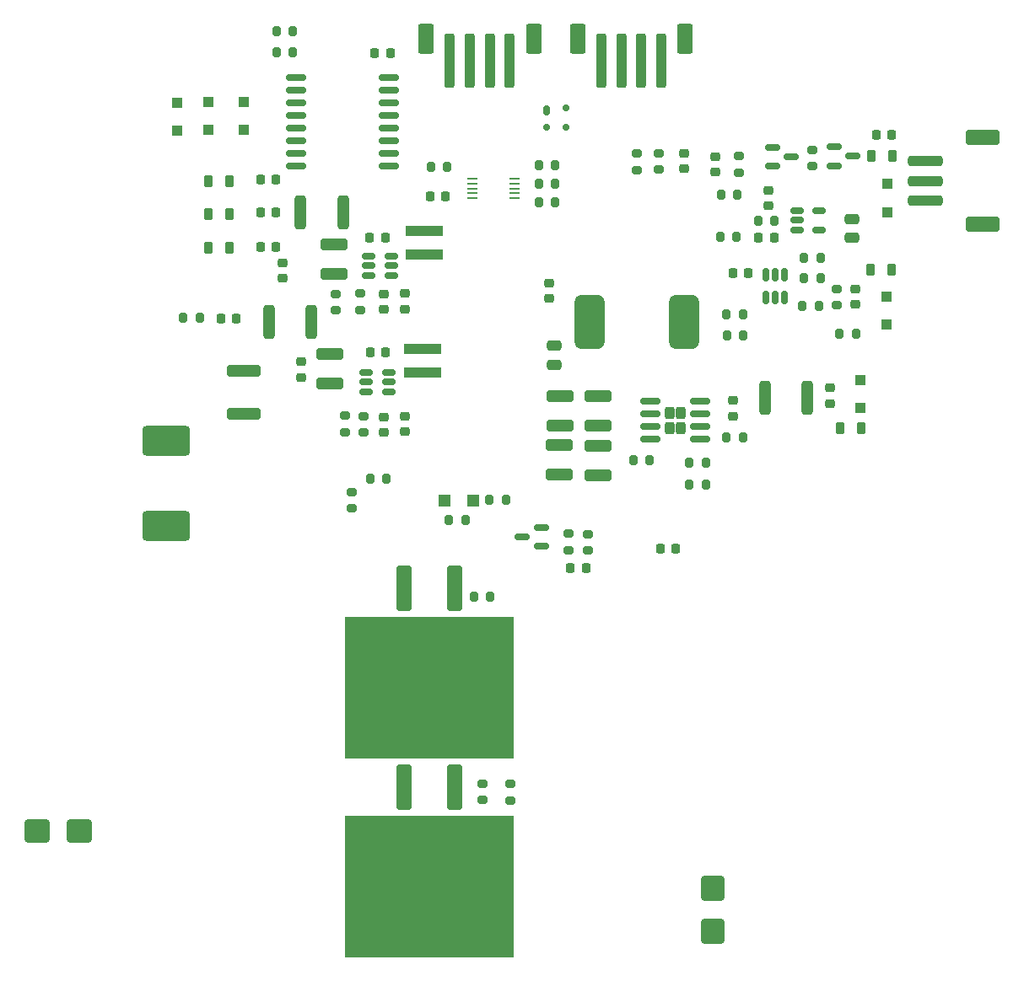
<source format=gbr>
%TF.GenerationSoftware,KiCad,Pcbnew,8.0.3*%
%TF.CreationDate,2024-07-08T19:31:20+01:00*%
%TF.ProjectId,PA_Power,50415f50-6f77-4657-922e-6b696361645f,rev?*%
%TF.SameCoordinates,Original*%
%TF.FileFunction,Paste,Top*%
%TF.FilePolarity,Positive*%
%FSLAX46Y46*%
G04 Gerber Fmt 4.6, Leading zero omitted, Abs format (unit mm)*
G04 Created by KiCad (PCBNEW 8.0.3) date 2024-07-08 19:31:20*
%MOMM*%
%LPD*%
G01*
G04 APERTURE LIST*
G04 Aperture macros list*
%AMRoundRect*
0 Rectangle with rounded corners*
0 $1 Rounding radius*
0 $2 $3 $4 $5 $6 $7 $8 $9 X,Y pos of 4 corners*
0 Add a 4 corners polygon primitive as box body*
4,1,4,$2,$3,$4,$5,$6,$7,$8,$9,$2,$3,0*
0 Add four circle primitives for the rounded corners*
1,1,$1+$1,$2,$3*
1,1,$1+$1,$4,$5*
1,1,$1+$1,$6,$7*
1,1,$1+$1,$8,$9*
0 Add four rect primitives between the rounded corners*
20,1,$1+$1,$2,$3,$4,$5,0*
20,1,$1+$1,$4,$5,$6,$7,0*
20,1,$1+$1,$6,$7,$8,$9,0*
20,1,$1+$1,$8,$9,$2,$3,0*%
G04 Aperture macros list end*
%ADD10RoundRect,0.200000X-0.200000X-0.275000X0.200000X-0.275000X0.200000X0.275000X-0.200000X0.275000X0*%
%ADD11RoundRect,0.200000X-0.275000X0.200000X-0.275000X-0.200000X0.275000X-0.200000X0.275000X0.200000X0*%
%ADD12RoundRect,0.218750X-0.218750X-0.381250X0.218750X-0.381250X0.218750X0.381250X-0.218750X0.381250X0*%
%ADD13RoundRect,0.250000X1.450000X-0.312500X1.450000X0.312500X-1.450000X0.312500X-1.450000X-0.312500X0*%
%ADD14RoundRect,0.150000X-0.587500X-0.150000X0.587500X-0.150000X0.587500X0.150000X-0.587500X0.150000X0*%
%ADD15RoundRect,0.225000X0.225000X0.250000X-0.225000X0.250000X-0.225000X-0.250000X0.225000X-0.250000X0*%
%ADD16RoundRect,0.200000X0.200000X0.275000X-0.200000X0.275000X-0.200000X-0.275000X0.200000X-0.275000X0*%
%ADD17RoundRect,0.225000X0.250000X-0.225000X0.250000X0.225000X-0.250000X0.225000X-0.250000X-0.225000X0*%
%ADD18RoundRect,0.150000X-0.512500X-0.150000X0.512500X-0.150000X0.512500X0.150000X-0.512500X0.150000X0*%
%ADD19RoundRect,0.375000X2.000000X-1.125000X2.000000X1.125000X-2.000000X1.125000X-2.000000X-1.125000X0*%
%ADD20R,3.700000X0.980000*%
%ADD21RoundRect,0.150000X-0.825000X-0.150000X0.825000X-0.150000X0.825000X0.150000X-0.825000X0.150000X0*%
%ADD22RoundRect,0.240000X-0.240000X-0.385000X0.240000X-0.385000X0.240000X0.385000X-0.240000X0.385000X0*%
%ADD23RoundRect,0.150000X-0.875000X-0.150000X0.875000X-0.150000X0.875000X0.150000X-0.875000X0.150000X0*%
%ADD24RoundRect,0.200000X0.275000X-0.200000X0.275000X0.200000X-0.275000X0.200000X-0.275000X-0.200000X0*%
%ADD25RoundRect,0.218750X-0.218750X-0.256250X0.218750X-0.256250X0.218750X0.256250X-0.218750X0.256250X0*%
%ADD26RoundRect,0.218750X0.218750X0.381250X-0.218750X0.381250X-0.218750X-0.381250X0.218750X-0.381250X0*%
%ADD27RoundRect,0.250000X-1.100000X0.325000X-1.100000X-0.325000X1.100000X-0.325000X1.100000X0.325000X0*%
%ADD28RoundRect,0.400000X-0.400000X1.900000X-0.400000X-1.900000X0.400000X-1.900000X0.400000X1.900000X0*%
%ADD29R,17.000000X14.200000*%
%ADD30RoundRect,0.225000X-0.225000X-0.250000X0.225000X-0.250000X0.225000X0.250000X-0.225000X0.250000X0*%
%ADD31R,1.100000X0.250000*%
%ADD32RoundRect,0.250000X0.475000X-0.250000X0.475000X0.250000X-0.475000X0.250000X-0.475000X-0.250000X0*%
%ADD33RoundRect,0.225000X-0.250000X0.225000X-0.250000X-0.225000X0.250000X-0.225000X0.250000X0.225000X0*%
%ADD34RoundRect,0.250000X-0.300000X0.300000X-0.300000X-0.300000X0.300000X-0.300000X0.300000X0.300000X0*%
%ADD35RoundRect,0.750000X0.750000X2.000000X-0.750000X2.000000X-0.750000X-2.000000X0.750000X-2.000000X0*%
%ADD36RoundRect,0.250000X0.300000X-0.300000X0.300000X0.300000X-0.300000X0.300000X-0.300000X-0.300000X0*%
%ADD37RoundRect,0.150000X-0.150000X0.512500X-0.150000X-0.512500X0.150000X-0.512500X0.150000X0.512500X0*%
%ADD38RoundRect,0.250000X1.000000X0.900000X-1.000000X0.900000X-1.000000X-0.900000X1.000000X-0.900000X0*%
%ADD39RoundRect,0.250000X0.312500X1.450000X-0.312500X1.450000X-0.312500X-1.450000X0.312500X-1.450000X0*%
%ADD40RoundRect,0.250000X-0.550000X-1.250000X0.550000X-1.250000X0.550000X1.250000X-0.550000X1.250000X0*%
%ADD41RoundRect,0.250000X-0.250000X-2.500000X0.250000X-2.500000X0.250000X2.500000X-0.250000X2.500000X0*%
%ADD42RoundRect,0.150000X0.587500X0.150000X-0.587500X0.150000X-0.587500X-0.150000X0.587500X-0.150000X0*%
%ADD43RoundRect,0.250000X1.100000X-0.325000X1.100000X0.325000X-1.100000X0.325000X-1.100000X-0.325000X0*%
%ADD44RoundRect,0.250000X1.500000X-0.250000X1.500000X0.250000X-1.500000X0.250000X-1.500000X-0.250000X0*%
%ADD45RoundRect,0.250001X1.449999X-0.499999X1.449999X0.499999X-1.449999X0.499999X-1.449999X-0.499999X0*%
%ADD46R,1.200000X1.200000*%
%ADD47RoundRect,0.218750X0.256250X-0.218750X0.256250X0.218750X-0.256250X0.218750X-0.256250X-0.218750X0*%
%ADD48RoundRect,0.175000X-0.175000X-0.325000X0.175000X-0.325000X0.175000X0.325000X-0.175000X0.325000X0*%
%ADD49RoundRect,0.150000X-0.200000X-0.150000X0.200000X-0.150000X0.200000X0.150000X-0.200000X0.150000X0*%
%ADD50RoundRect,0.250000X-0.900000X1.000000X-0.900000X-1.000000X0.900000X-1.000000X0.900000X1.000000X0*%
%ADD51RoundRect,0.218750X0.218750X0.256250X-0.218750X0.256250X-0.218750X-0.256250X0.218750X-0.256250X0*%
%ADD52RoundRect,0.250000X-0.475000X0.250000X-0.475000X-0.250000X0.475000X-0.250000X0.475000X0.250000X0*%
G04 APERTURE END LIST*
D10*
%TO.C,R25*%
X79910000Y-39490000D03*
X78260000Y-39490000D03*
%TD*%
D11*
%TO.C,R8*%
X72580000Y-99515000D03*
X72580000Y-97865000D03*
%TD*%
D12*
%TO.C,L9*%
X111547500Y-46220000D03*
X113672500Y-46220000D03*
%TD*%
D13*
%TO.C,F4*%
X48620000Y-56422500D03*
X48620000Y-60697500D03*
%TD*%
D14*
%TO.C,Q5*%
X109815000Y-34850000D03*
X107940000Y-35800000D03*
X107940000Y-33900000D03*
%TD*%
D15*
%TO.C,C25*%
X97745000Y-46600000D03*
X99295000Y-46600000D03*
%TD*%
D16*
%TO.C,R32*%
X51950000Y-22310000D03*
X53600000Y-22310000D03*
%TD*%
D17*
%TO.C,C22*%
X107470000Y-58110000D03*
X107470000Y-59660000D03*
%TD*%
D11*
%TO.C,TH1*%
X75420000Y-97895000D03*
X75420000Y-99545000D03*
%TD*%
D16*
%TO.C,R34*%
X104702500Y-49850000D03*
X106352500Y-49850000D03*
%TD*%
D18*
%TO.C,U7*%
X104160000Y-40330000D03*
X104160000Y-41280000D03*
X104160000Y-42230000D03*
X106435000Y-42230000D03*
X106435000Y-40330000D03*
%TD*%
D19*
%TO.C,F1*%
X40890000Y-71940000D03*
X40890000Y-63440000D03*
%TD*%
D20*
%TO.C,L1*%
X66600000Y-56570000D03*
X66600000Y-54200000D03*
%TD*%
D10*
%TO.C,R24*%
X79915000Y-37580000D03*
X78265000Y-37580000D03*
%TD*%
D21*
%TO.C,U3*%
X94445000Y-59485000D03*
X94445000Y-60755000D03*
X94445000Y-62025000D03*
X94445000Y-63295000D03*
X89495000Y-63295000D03*
X89495000Y-62025000D03*
X89495000Y-60755000D03*
X89495000Y-59485000D03*
D22*
X92540000Y-62140000D03*
X92540000Y-60640000D03*
X91400000Y-62140000D03*
X91400000Y-60640000D03*
%TD*%
D23*
%TO.C,U8*%
X53940000Y-26900000D03*
X53940000Y-28170000D03*
X53940000Y-29440000D03*
X53940000Y-30710000D03*
X53940000Y-31980000D03*
X53940000Y-33250000D03*
X53940000Y-34520000D03*
X53940000Y-35790000D03*
X63240000Y-35790000D03*
X63240000Y-34520000D03*
X63240000Y-33250000D03*
X63240000Y-31980000D03*
X63240000Y-30710000D03*
X63240000Y-29440000D03*
X63240000Y-28170000D03*
X63240000Y-26900000D03*
%TD*%
D24*
%TO.C,R27*%
X90267500Y-34545000D03*
X90267500Y-36195000D03*
%TD*%
D10*
%TO.C,R37*%
X110090000Y-52690000D03*
X108440000Y-52690000D03*
%TD*%
D12*
%TO.C,L8*%
X113762500Y-34770000D03*
X111637500Y-34770000D03*
%TD*%
D25*
%TO.C,D4*%
X47930000Y-51135000D03*
X46355000Y-51135000D03*
%TD*%
D10*
%TO.C,R3*%
X87735000Y-65360000D03*
X89385000Y-65360000D03*
%TD*%
D26*
%TO.C,L6*%
X45057500Y-37350000D03*
X47182500Y-37350000D03*
%TD*%
D27*
%TO.C,C7*%
X80380000Y-58960000D03*
X80380000Y-61910000D03*
%TD*%
D28*
%TO.C,Q3*%
X64720000Y-78250000D03*
D29*
X67260000Y-88250000D03*
D28*
X69800000Y-78250000D03*
%TD*%
D16*
%TO.C,R9*%
X71745000Y-79110000D03*
X73395000Y-79110000D03*
%TD*%
D24*
%TO.C,R7*%
X81290000Y-72775000D03*
X81290000Y-74425000D03*
%TD*%
D30*
%TO.C,C16*%
X50345000Y-40490000D03*
X51895000Y-40490000D03*
%TD*%
D17*
%TO.C,C20*%
X79270000Y-47595000D03*
X79270000Y-49145000D03*
%TD*%
D16*
%TO.C,R31*%
X51915000Y-24370000D03*
X53565000Y-24370000D03*
%TD*%
D24*
%TO.C,R30*%
X105747500Y-34185000D03*
X105747500Y-35835000D03*
%TD*%
D31*
%TO.C,U5*%
X75870000Y-39070000D03*
X75870000Y-38570000D03*
X75870000Y-38070000D03*
X75870000Y-37570000D03*
X75870000Y-37070000D03*
X71570000Y-37070000D03*
X71570000Y-37570000D03*
X71570000Y-38070000D03*
X71570000Y-38570000D03*
X71570000Y-39070000D03*
%TD*%
D10*
%TO.C,R15*%
X95045000Y-67830000D03*
X93395000Y-67830000D03*
%TD*%
D24*
%TO.C,R5*%
X83180000Y-72795000D03*
X83180000Y-74445000D03*
%TD*%
D11*
%TO.C,R36*%
X108180000Y-49815000D03*
X108180000Y-48165000D03*
%TD*%
D26*
%TO.C,L4*%
X45077500Y-40620000D03*
X47202500Y-40620000D03*
%TD*%
D30*
%TO.C,C8*%
X61310000Y-54500000D03*
X62860000Y-54500000D03*
%TD*%
D27*
%TO.C,C6*%
X84220000Y-58980000D03*
X84220000Y-61930000D03*
%TD*%
D10*
%TO.C,R4*%
X70915000Y-71420000D03*
X69265000Y-71420000D03*
%TD*%
%TO.C,R28*%
X98185000Y-38720000D03*
X96535000Y-38720000D03*
%TD*%
D30*
%TO.C,C9*%
X61285000Y-43040000D03*
X62835000Y-43040000D03*
%TD*%
D32*
%TO.C,C3*%
X79770000Y-55800000D03*
X79770000Y-53900000D03*
%TD*%
D33*
%TO.C,C4*%
X62690000Y-61060000D03*
X62690000Y-62610000D03*
%TD*%
%TO.C,C24*%
X92877500Y-36120000D03*
X92877500Y-34570000D03*
%TD*%
%TO.C,C29*%
X110050000Y-49750000D03*
X110050000Y-48200000D03*
%TD*%
D24*
%TO.C,R14*%
X60320000Y-48630000D03*
X60320000Y-50280000D03*
%TD*%
D27*
%TO.C,C11*%
X57320000Y-54745000D03*
X57320000Y-57695000D03*
%TD*%
D11*
%TO.C,R11*%
X60670000Y-62595000D03*
X60670000Y-60945000D03*
%TD*%
D10*
%TO.C,R13*%
X98765000Y-63070000D03*
X97115000Y-63070000D03*
%TD*%
%TO.C,R6*%
X74960000Y-69330000D03*
X73310000Y-69330000D03*
%TD*%
D34*
%TO.C,D13*%
X113160000Y-48960000D03*
X113160000Y-51760000D03*
%TD*%
D10*
%TO.C,R20*%
X98765000Y-50690000D03*
X97115000Y-50690000D03*
%TD*%
D24*
%TO.C,R1*%
X59490000Y-70217500D03*
X59490000Y-68567500D03*
%TD*%
D35*
%TO.C,L3*%
X92830000Y-51500000D03*
X83330000Y-51500000D03*
%TD*%
D30*
%TO.C,C21*%
X51875000Y-37210000D03*
X50325000Y-37210000D03*
%TD*%
D10*
%TO.C,R19*%
X98795000Y-52880000D03*
X97145000Y-52880000D03*
%TD*%
D16*
%TO.C,R16*%
X93365000Y-65640000D03*
X95015000Y-65640000D03*
%TD*%
%TO.C,R17*%
X42577500Y-51085000D03*
X44227500Y-51085000D03*
%TD*%
D12*
%TO.C,L7*%
X110612500Y-62180000D03*
X108487500Y-62180000D03*
%TD*%
D33*
%TO.C,C5*%
X62730000Y-48655000D03*
X62730000Y-50205000D03*
%TD*%
D18*
%TO.C,U2*%
X61160000Y-44900000D03*
X61160000Y-45850000D03*
X61160000Y-46800000D03*
X63435000Y-46800000D03*
X63435000Y-45850000D03*
X63435000Y-44900000D03*
%TD*%
D16*
%TO.C,R21*%
X100290000Y-41360000D03*
X101940000Y-41360000D03*
%TD*%
D24*
%TO.C,R23*%
X88077500Y-34585000D03*
X88077500Y-36235000D03*
%TD*%
D36*
%TO.C,D8*%
X48620000Y-29377500D03*
X48620000Y-32177500D03*
%TD*%
D37*
%TO.C,U6*%
X102937500Y-46780000D03*
X101987500Y-46780000D03*
X101037500Y-46780000D03*
X101037500Y-49055000D03*
X101987500Y-49055000D03*
X102937500Y-49055000D03*
%TD*%
D36*
%TO.C,D9*%
X110570000Y-57350000D03*
X110570000Y-60150000D03*
%TD*%
D18*
%TO.C,U1*%
X60912500Y-56580000D03*
X60912500Y-57530000D03*
X60912500Y-58480000D03*
X63187500Y-58480000D03*
X63187500Y-57530000D03*
X63187500Y-56580000D03*
%TD*%
D11*
%TO.C,R35*%
X98347500Y-36475000D03*
X98347500Y-34825000D03*
%TD*%
D36*
%TO.C,D7*%
X45110000Y-29377500D03*
X45110000Y-32177500D03*
%TD*%
D38*
%TO.C,D1*%
X32180000Y-102600000D03*
X27880000Y-102600000D03*
%TD*%
D24*
%TO.C,R10*%
X58780000Y-60925000D03*
X58780000Y-62575000D03*
%TD*%
D33*
%TO.C,C14*%
X54370000Y-55505000D03*
X54370000Y-57055000D03*
%TD*%
D16*
%TO.C,R18*%
X67415000Y-35900000D03*
X69065000Y-35900000D03*
%TD*%
D10*
%TO.C,R2*%
X61345000Y-67200000D03*
X62995000Y-67200000D03*
%TD*%
D39*
%TO.C,F2*%
X55447500Y-51450000D03*
X51172500Y-51450000D03*
%TD*%
D33*
%TO.C,C26*%
X101317500Y-39795000D03*
X101317500Y-38245000D03*
%TD*%
D15*
%TO.C,C30*%
X61815000Y-24520000D03*
X63365000Y-24520000D03*
%TD*%
D40*
%TO.C,J3*%
X77740000Y-23020000D03*
X66940000Y-23020000D03*
D41*
X75340000Y-25270000D03*
X73340000Y-25270000D03*
X71340000Y-25270000D03*
X69340000Y-25270000D03*
%TD*%
D20*
%TO.C,L2*%
X66730000Y-44680000D03*
X66730000Y-42310000D03*
%TD*%
D10*
%TO.C,R29*%
X106522500Y-47080000D03*
X104872500Y-47080000D03*
%TD*%
D15*
%TO.C,C23*%
X67355000Y-38870000D03*
X68905000Y-38870000D03*
%TD*%
D10*
%TO.C,R22*%
X98112500Y-42930000D03*
X96462500Y-42930000D03*
%TD*%
D42*
%TO.C,Q1*%
X78505000Y-74040000D03*
X78505000Y-72140000D03*
X76630000Y-73090000D03*
%TD*%
D39*
%TO.C,F5*%
X100942500Y-59070000D03*
X105217500Y-59070000D03*
%TD*%
D40*
%TO.C,J8*%
X92970000Y-23000000D03*
X82170000Y-23000000D03*
D41*
X90570000Y-25250000D03*
X88570000Y-25250000D03*
X86570000Y-25250000D03*
X84570000Y-25250000D03*
%TD*%
D17*
%TO.C,C10*%
X97750000Y-60930000D03*
X97750000Y-59380000D03*
%TD*%
D10*
%TO.C,R33*%
X106532500Y-45040000D03*
X104882500Y-45040000D03*
%TD*%
D33*
%TO.C,C15*%
X52540000Y-45530000D03*
X52540000Y-47080000D03*
%TD*%
D10*
%TO.C,R26*%
X79915000Y-35780000D03*
X78265000Y-35780000D03*
%TD*%
D24*
%TO.C,R12*%
X57870000Y-48660000D03*
X57870000Y-50310000D03*
%TD*%
D33*
%TO.C,C1*%
X64830000Y-60975000D03*
X64830000Y-62525000D03*
%TD*%
D39*
%TO.C,F3*%
X54332500Y-40500000D03*
X58607500Y-40500000D03*
%TD*%
D12*
%TO.C,L5*%
X47202500Y-44070000D03*
X45077500Y-44070000D03*
%TD*%
D43*
%TO.C,C17*%
X80300000Y-66830000D03*
X80300000Y-63880000D03*
%TD*%
D33*
%TO.C,C2*%
X64840000Y-48650000D03*
X64840000Y-50200000D03*
%TD*%
D44*
%TO.C,J9*%
X117060000Y-39310000D03*
X117060000Y-37310000D03*
X117060000Y-35310000D03*
D45*
X122810000Y-41660000D03*
X122810000Y-32960000D03*
%TD*%
D28*
%TO.C,Q2*%
X69800000Y-98250000D03*
D29*
X67260000Y-108250000D03*
D28*
X64720000Y-98250000D03*
%TD*%
D14*
%TO.C,Q4*%
X101717500Y-33930000D03*
X101717500Y-35830000D03*
X103592500Y-34880000D03*
%TD*%
D46*
%TO.C,D2*%
X68842500Y-69410000D03*
X71642500Y-69410000D03*
%TD*%
D34*
%TO.C,D14*%
X113270000Y-37640000D03*
X113270000Y-40440000D03*
%TD*%
D47*
%TO.C,D12*%
X95937500Y-36447500D03*
X95937500Y-34872500D03*
%TD*%
D48*
%TO.C,D11*%
X79020000Y-30200000D03*
D49*
X79020000Y-31900000D03*
X81020000Y-31900000D03*
X81020000Y-30000000D03*
%TD*%
D25*
%TO.C,D10*%
X100340000Y-43030000D03*
X101915000Y-43030000D03*
%TD*%
D36*
%TO.C,D6*%
X41930000Y-32270000D03*
X41930000Y-29470000D03*
%TD*%
D50*
%TO.C,D5*%
X95750000Y-108390000D03*
X95750000Y-112690000D03*
%TD*%
D51*
%TO.C,D3*%
X82997500Y-76240000D03*
X81422500Y-76240000D03*
%TD*%
D30*
%TO.C,C28*%
X112165000Y-32660000D03*
X113715000Y-32660000D03*
%TD*%
D52*
%TO.C,C27*%
X109697500Y-41140000D03*
X109697500Y-43040000D03*
%TD*%
D43*
%TO.C,C18*%
X84220000Y-66925000D03*
X84220000Y-63975000D03*
%TD*%
D30*
%TO.C,C19*%
X50345000Y-43990000D03*
X51895000Y-43990000D03*
%TD*%
D27*
%TO.C,C12*%
X57700000Y-43740000D03*
X57700000Y-46690000D03*
%TD*%
D15*
%TO.C,C13*%
X92015000Y-74250000D03*
X90465000Y-74250000D03*
%TD*%
M02*

</source>
